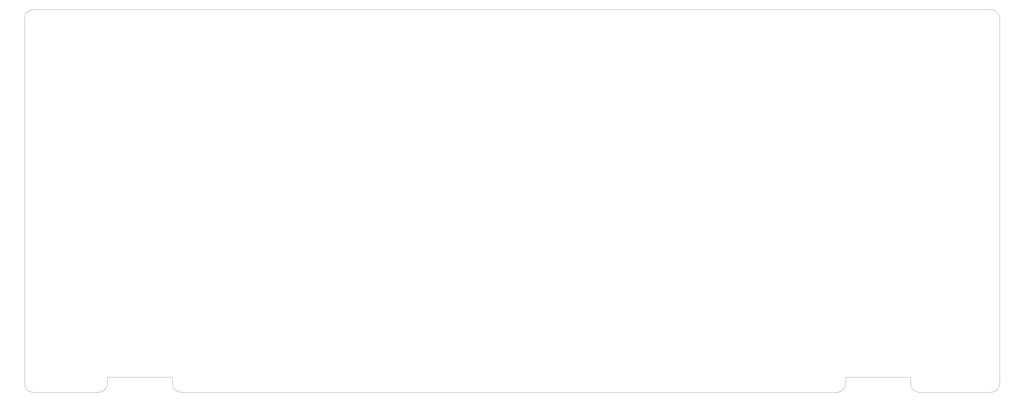
<source format=gm1>
G04 #@! TF.GenerationSoftware,KiCad,Pcbnew,(6.0.1)*
G04 #@! TF.CreationDate,2022-09-12T21:23:08-07:00*
G04 #@! TF.ProjectId,Atari130MX_wasdkb,41746172-6931-4333-904d-585f77617364,Ds*
G04 #@! TF.SameCoordinates,Original*
G04 #@! TF.FileFunction,Profile,NP*
%FSLAX46Y46*%
G04 Gerber Fmt 4.6, Leading zero omitted, Abs format (unit mm)*
G04 Created by KiCad (PCBNEW (6.0.1)) date 2022-09-12 21:23:08*
%MOMM*%
%LPD*%
G01*
G04 APERTURE LIST*
G04 #@! TA.AperFunction,Profile*
%ADD10C,0.050000*%
G04 #@! TD*
G04 APERTURE END LIST*
D10*
X325000000Y-152160000D02*
X349060000Y-152160000D01*
X322000000Y-149160000D02*
G75*
G03*
X325000000Y-152160000I3000000J0D01*
G01*
X300100000Y-147060000D02*
X300100000Y-149160000D01*
X322000000Y-147060000D02*
X322000000Y-149160000D01*
X300100000Y-147060000D02*
X322000000Y-147060000D01*
X297100000Y-152160000D02*
G75*
G03*
X300100000Y-149160000I0J3000000D01*
G01*
X75760000Y-152160000D02*
X297100000Y-152160000D01*
X72760000Y-147060000D02*
X72760000Y-149160000D01*
X72760000Y-149160000D02*
G75*
G03*
X75760000Y-152160000I3000000J0D01*
G01*
X50860000Y-147060000D02*
X72760000Y-147060000D01*
X50860000Y-147060000D02*
X50860000Y-149160000D01*
X47860000Y-152160000D02*
G75*
G03*
X50860000Y-149160000I0J3000000D01*
G01*
X25860000Y-152160000D02*
X47860000Y-152160000D01*
X349060000Y-152160000D02*
G75*
G03*
X352060000Y-149160000I0J3000000D01*
G01*
X352060000Y-25860000D02*
G75*
G03*
X349060000Y-22860000I-3000000J0D01*
G01*
X22860000Y-149160000D02*
G75*
G03*
X25860000Y-152160000I3000000J0D01*
G01*
X25860000Y-22860000D02*
G75*
G03*
X22860000Y-25860000I0J-3000000D01*
G01*
X352060000Y-25860000D02*
X352060000Y-149160000D01*
X25860000Y-22860000D02*
X349060000Y-22860000D01*
X22860000Y-25860000D02*
X22860000Y-149160000D01*
M02*

</source>
